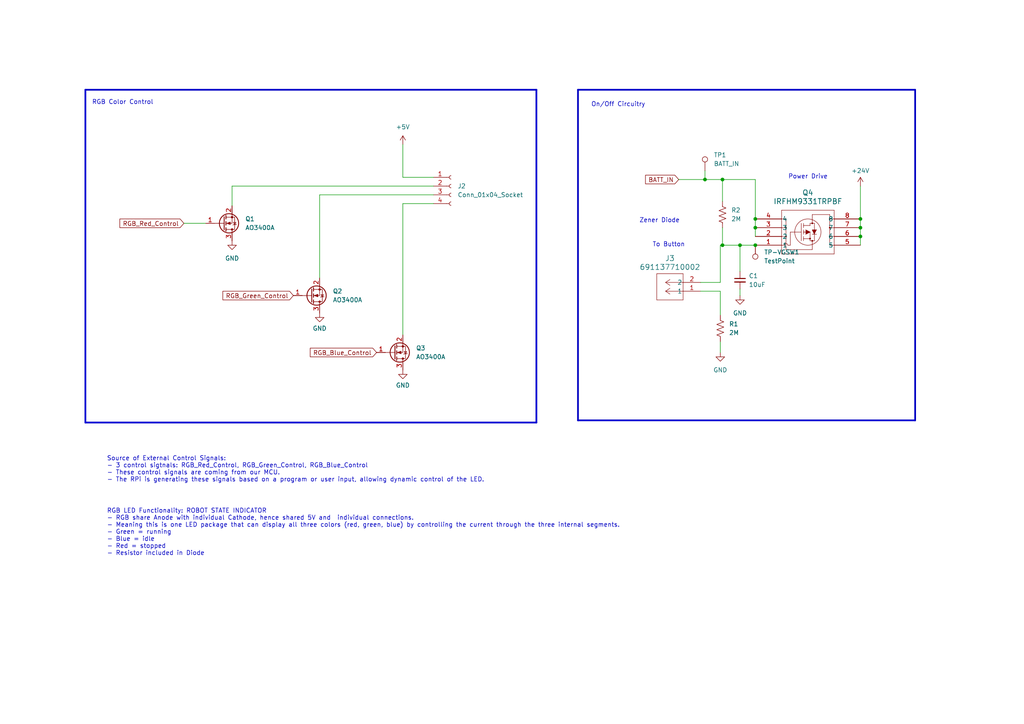
<source format=kicad_sch>
(kicad_sch (version 20231120) (generator "eeschema") (generator_version "8.0")
  (paper "A4")
  (lib_symbols
    (symbol "691137710002-2CONN:691137710002" (pin_names (offset 0.254))
      (property "Reference" "J" (at 8.89 6.35 0))
      (property "Value" "691137710002" (at 0 0 0))
      (symbol "691137710002_1_1"
        (polyline (pts (xy 5.08 -5.08) (xy 12.7 -5.08)) (stroke (width 0.127)))
        (polyline (pts (xy 5.08 2.54) (xy 5.08 -5.08)) (stroke (width 0.127)))
        (polyline (pts (xy 10.16 -2.54) (xy 5.08 -2.54)) (stroke (width 0.127)))
        (polyline (pts (xy 10.16 -2.54) (xy 8.89 -3.3867)) (stroke (width 0.127)))
        (polyline (pts (xy 10.16 -2.54) (xy 8.89 -1.6933)) (stroke (width 0.127)))
        (polyline (pts (xy 10.16 0) (xy 5.08 0)) (stroke (width 0.127)))
        (polyline (pts (xy 10.16 0) (xy 8.89 -0.8467)) (stroke (width 0.127)))
        (polyline (pts (xy 10.16 0) (xy 8.89 0.8467)) (stroke (width 0.127)))
        (polyline (pts (xy 12.7 -5.08) (xy 12.7 2.54)) (stroke (width 0.127)))
        (polyline (pts (xy 12.7 2.54) (xy 5.08 2.54)) (stroke (width 0.127)))
        (pin unspecified line (at 0 0 0) (length 5.08) (name "1") (number "1"))
        (pin unspecified line (at 0 -2.54 0) (length 5.08) (name "2") (number "2"))
      )
    )
    (symbol "Connector:Conn_01x04_Socket" (pin_names (offset 1.016) hide)
      (property "Reference" "J" (at 0 5.08 0))
      (property "Value" "Conn_01x04_Socket" (at 0 -7.62 0))
      (symbol "Conn_01x04_Socket_1_1"
        (arc (start 0 -4.572) (mid -0.5058 -5.08) (end 0 -5.588) (stroke (width 0.1524)))
        (arc (start 0 -2.032) (mid -0.5058 -2.54) (end 0 -3.048) (stroke (width 0.1524)))
        (polyline (pts (xy -1.27 -5.08) (xy -0.508 -5.08)) (stroke (width 0.1524)))
        (polyline (pts (xy -1.27 -2.54) (xy -0.508 -2.54)) (stroke (width 0.1524)))
        (polyline (pts (xy -1.27 0) (xy -0.508 0)) (stroke (width 0.1524)))
        (polyline (pts (xy -1.27 2.54) (xy -0.508 2.54)) (stroke (width 0.1524)))
        (arc (start 0 0.508) (mid -0.5058 0) (end 0 -0.508) (stroke (width 0.1524)))
        (arc (start 0 3.048) (mid -0.5058 2.54) (end 0 2.032) (stroke (width 0.1524)))
        (pin passive line (at -5.08 2.54 0) (length 3.81) (name "Pin_1") (number "1"))
        (pin passive line (at -5.08 0 0) (length 3.81) (name "Pin_2") (number "2"))
        (pin passive line (at -5.08 -2.54 0) (length 3.81) (name "Pin_3") (number "3"))
        (pin passive line (at -5.08 -5.08 0) (length 3.81) (name "Pin_4") (number "4"))
      )
    )
    (symbol "Connector:TestPoint" (pin_numbers hide) (pin_names (offset 0.762) hide)
      (property "Reference" "TP" (at 0 6.858 0))
      (property "Value" "TestPoint" (at 0 5.08 0))
      (symbol "TestPoint_0_1"
        (circle (center 0 3.302) (radius 0.762))
      )
      (symbol "TestPoint_1_1"
        (pin passive line (at 0 0 90) (length 2.54) (name "1") (number "1"))
      )
    )
    (symbol "Device:C_Small" (pin_numbers hide) (pin_names (offset 0.254) hide)
      (property "Reference" "C" (at 0.254 1.778 0))
      (property "Value" "C_Small" (at 0.254 -2.032 0))
      (symbol "C_Small_0_1"
        (polyline (pts (xy -1.524 -0.508) (xy 1.524 -0.508)) (stroke (width 0.3302)))
        (polyline (pts (xy -1.524 0.508) (xy 1.524 0.508)) (stroke (width 0.3048)))
      )
      (symbol "C_Small_1_1"
        (pin passive line (at 0 2.54 270) (length 2.032) (name "~") (number "1"))
        (pin passive line (at 0 -2.54 90) (length 2.032) (name "~") (number "2"))
      )
    )
    (symbol "Device:R_US" (pin_numbers hide) (pin_names (offset 0))
      (property "Reference" "R" (at 2.54 0 90))
      (property "Value" "R_US" (at -2.54 0 90))
      (symbol "R_US_0_1"
        (polyline (pts (xy 0 -2.286) (xy 0 -2.54)))
        (polyline (pts (xy 0 2.286) (xy 0 2.54)))
        (polyline (pts (xy 0 -0.762) (xy 1.016 -1.143) (xy 0 -1.524) (xy -1.016 -1.905) (xy 0 -2.286)))
        (polyline (pts (xy 0 0.762) (xy 1.016 0.381) (xy 0 0) (xy -1.016 -0.381) (xy 0 -0.762)))
        (polyline (pts (xy 0 2.286) (xy 1.016 1.905) (xy 0 1.524) (xy -1.016 1.143) (xy 0 0.762)))
      )
      (symbol "R_US_1_1"
        (pin passive line (at 0 3.81 270) (length 1.27) (name "~") (number "1"))
        (pin passive line (at 0 -3.81 90) (length 1.27) (name "~") (number "2"))
      )
    )
    (symbol "IRFHM9331TRPBF:IRFHM9331TRPBF" (pin_names (offset 0.254))
      (property "Reference" "Q8" (at 15.24 7.62 0))
      (property "Value" "IRFHM9331TRPBF" (at 15.24 5.08 0))
      (symbol "IRFHM9331TRPBF_1_1"
        (polyline (pts (xy 7.62 -10.16) (xy 22.86 -10.16)) (stroke (width 0.127)))
        (polyline (pts (xy 7.62 -7.62) (xy 8.382 -7.62)) (stroke (width 0.127)))
        (polyline (pts (xy 7.62 -5.08) (xy 8.89 -5.08)) (stroke (width 0.127)))
        (polyline (pts (xy 7.62 -2.54) (xy 8.89 -2.54)) (stroke (width 0.127)))
        (polyline (pts (xy 7.62 0) (xy 8.89 0)) (stroke (width 0.127)))
        (polyline (pts (xy 7.62 2.54) (xy 7.62 -10.16)) (stroke (width 0.127)))
        (polyline (pts (xy 8.89 -8.89) (xy 16.51 -8.89)) (stroke (width 0.127)))
        (polyline (pts (xy 8.89 0) (xy 8.89 -8.89)) (stroke (width 0.127)))
        (polyline (pts (xy 10.16 -7.62) (xy 9.398 -7.62)) (stroke (width 0.127)))
        (polyline (pts (xy 10.16 -3.81) (xy 10.16 -7.62)) (stroke (width 0.127)))
        (polyline (pts (xy 10.16 -3.81) (xy 13.335 -3.81)) (stroke (width 0.127)))
        (polyline (pts (xy 13.335 -6.35) (xy 13.335 -1.27)) (stroke (width 0.127)))
        (polyline (pts (xy 13.97 -6.35) (xy 13.97 -5.08)) (stroke (width 0.127)))
        (polyline (pts (xy 13.97 -5.715) (xy 15.875 -5.715)) (stroke (width 0.127)))
        (polyline (pts (xy 13.97 -4.445) (xy 13.97 -3.175)) (stroke (width 0.127)))
        (polyline (pts (xy 13.97 -2.54) (xy 13.97 -1.27)) (stroke (width 0.127)))
        (polyline (pts (xy 13.97 -1.905) (xy 15.875 -1.905)) (stroke (width 0.127)))
        (polyline (pts (xy 15.24 -3.81) (xy 15.875 -3.81)) (stroke (width 0.127)))
        (polyline (pts (xy 15.875 -6.35) (xy 15.875 -3.81)) (stroke (width 0.127)))
        (polyline (pts (xy 15.875 -6.35) (xy 17.145 -6.35)) (stroke (width 0.127)))
        (polyline (pts (xy 15.875 -3.81) (xy 13.97 -3.81)))
        (polyline (pts (xy 15.875 -1.905) (xy 15.875 -1.27)) (stroke (width 0.127)))
        (polyline (pts (xy 15.875 -1.27) (xy 17.145 -1.27)) (stroke (width 0.127)))
        (polyline (pts (xy 16.51 -8.89) (xy 16.51 -6.35)) (stroke (width 0.127)))
        (polyline (pts (xy 16.51 1.27) (xy 16.51 -1.27)) (stroke (width 0.127)))
        (polyline (pts (xy 17.145 -6.35) (xy 17.145 -4.445)) (stroke (width 0.127)))
        (polyline (pts (xy 17.145 -3.175) (xy 17.145 -1.27)) (stroke (width 0.127)))
        (polyline (pts (xy 17.78 -4.445) (xy 16.51 -4.445)) (stroke (width 0.127)))
        (polyline (pts (xy 21.59 -7.62) (xy 21.59 1.27)) (stroke (width 0.127)))
        (polyline (pts (xy 21.59 1.27) (xy 16.51 1.27)) (stroke (width 0.127)))
        (polyline (pts (xy 22.86 -10.16) (xy 22.86 2.54)) (stroke (width 0.127)))
        (polyline (pts (xy 22.86 -7.62) (xy 21.59 -7.62)) (stroke (width 0.127)))
        (polyline (pts (xy 22.86 -5.08) (xy 21.59 -5.08)) (stroke (width 0.127)))
        (polyline (pts (xy 22.86 -2.54) (xy 21.59 -2.54)) (stroke (width 0.127)))
        (polyline (pts (xy 22.86 0) (xy 21.59 0)) (stroke (width 0.127)))
        (polyline (pts (xy 22.86 2.54) (xy 7.62 2.54)) (stroke (width 0.127)))
        (polyline (pts (xy 14.605 -4.445) (xy 15.875 -3.81) (xy 14.605 -3.175)) (fill (type outline)))
        (polyline (pts (xy 17.78 -3.175) (xy 16.51 -3.175) (xy 17.145 -4.445)) (fill (type outline)))
        (circle (center 8.89 -5.08) (radius 0.127) (stroke (width 0.254)))
        (circle (center 8.89 -2.54) (radius 0.127) (stroke (width 0.254)))
        (arc (start 9.398 -7.62) (mid 8.89 -7.1142) (end 8.382 -7.62) (stroke (width 0.127)))
        (circle (center 15.24 -3.81) (radius 3.81) (stroke (width 0.127)))
        (circle (center 15.875 -5.715) (radius 0.127) (stroke (width 0.254)))
        (circle (center 16.51 -6.35) (radius 0.127) (stroke (width 0.254)))
        (circle (center 16.51 -1.27) (radius 0.127) (stroke (width 0.254)))
        (circle (center 21.59 -5.08) (radius 0.127) (stroke (width 0.254)))
        (circle (center 21.59 -2.54) (radius 0.127) (stroke (width 0.254)))
        (circle (center 21.59 0) (radius 0.127) (stroke (width 0.254)))
        (pin unspecified line (at 0 -7.62 0) (length 7.62) (name "1") (number "1"))
        (pin unspecified line (at 0 -5.08 0) (length 7.62) (name "2") (number "2"))
        (pin unspecified line (at 0 -2.54 0) (length 7.62) (name "3") (number "3"))
        (pin unspecified line (at 0 0 0) (length 7.62) (name "4") (number "4"))
        (pin unspecified line (at 30.48 -7.62 180) (length 7.62) (name "5") (number "5"))
        (pin unspecified line (at 30.48 -5.08 180) (length 7.62) (name "6") (number "6"))
        (pin unspecified line (at 30.48 -2.54 180) (length 7.62) (name "7") (number "7"))
        (pin unspecified line (at 30.48 0 180) (length 7.62) (name "8") (number "8"))
      )
    )
    (symbol "Transistor_FET:AO3400A" (pin_names hide)
      (property "Reference" "Q" (at 5.08 1.905 0))
      (property "Value" "AO3400A" (at 5.08 0 0))
      (symbol "AO3400A_0_1"
        (polyline (pts (xy 0.254 0) (xy -2.54 0)))
        (polyline (pts (xy 0.254 1.905) (xy 0.254 -1.905)) (stroke (width 0.254)))
        (polyline (pts (xy 0.762 -1.27) (xy 0.762 -2.286)) (stroke (width 0.254)))
        (polyline (pts (xy 0.762 0.508) (xy 0.762 -0.508)) (stroke (width 0.254)))
        (polyline (pts (xy 0.762 2.286) (xy 0.762 1.27)) (stroke (width 0.254)))
        (polyline (pts (xy 2.54 2.54) (xy 2.54 1.778)))
        (polyline (pts (xy 2.54 -2.54) (xy 2.54 0) (xy 0.762 0)))
        (polyline (pts (xy 0.762 -1.778) (xy 3.302 -1.778) (xy 3.302 1.778) (xy 0.762 1.778)))
        (polyline (pts (xy 1.016 0) (xy 2.032 0.381) (xy 2.032 -0.381) (xy 1.016 0)) (fill (type outline)))
        (polyline (pts (xy 2.794 0.508) (xy 2.921 0.381) (xy 3.683 0.381) (xy 3.81 0.254)))
        (polyline (pts (xy 3.302 0.381) (xy 2.921 -0.254) (xy 3.683 -0.254) (xy 3.302 0.381)))
        (circle (center 1.651 0) (radius 2.794) (stroke (width 0.254)))
        (circle (center 2.54 -1.778) (radius 0.254) (fill (type outline)))
        (circle (center 2.54 1.778) (radius 0.254) (fill (type outline)))
      )
      (symbol "AO3400A_1_1"
        (pin input line (at -5.08 0 0) (length 2.54) (name "G") (number "1"))
        (pin passive line (at 2.54 -5.08 90) (length 2.54) (name "S") (number "2"))
        (pin passive line (at 2.54 5.08 270) (length 2.54) (name "D") (number "3"))
      )
    )
    (symbol "power:+24V" (power) (pin_names (offset 0))
      (property "Value" "+24V" (at 0 3.556 0))
      (symbol "+24V_0_1"
        (polyline (pts (xy -0.762 1.27) (xy 0 2.54)))
        (polyline (pts (xy 0 0) (xy 0 2.54)))
        (polyline (pts (xy 0 2.54) (xy 0.762 1.27)))
      )
      (symbol "+24V_1_1"
        (pin power_in line (at 0 0 90) (length 0) hide (name "+24V") (number "1"))
      )
    )
    (symbol "power:+5V" (power) (pin_names (offset 0))
      (property "Value" "+5V" (at 0 3.556 0))
      (symbol "+5V_0_1"
        (polyline (pts (xy -0.762 1.27) (xy 0 2.54)))
        (polyline (pts (xy 0 0) (xy 0 2.54)))
        (polyline (pts (xy 0 2.54) (xy 0.762 1.27)))
      )
      (symbol "+5V_1_1"
        (pin power_in line (at 0 0 90) (length 0) hide (name "+5V") (number "1"))
      )
    )
    (symbol "power:GND" (power) (pin_names (offset 0))
      (property "Value" "GND" (at 0 -3.81 0))
      (symbol "GND_0_1"
        (polyline (pts (xy 0 0) (xy 0 -1.27) (xy 1.27 -1.27) (xy 0 -2.54) (xy -1.27 -1.27) (xy 0 -1.27)))
      )
      (symbol "GND_1_1"
        (pin power_in line (at 0 0 270) (length 0) hide (name "GND") (number "1"))
      )
    )
  )
  (junction (at 219.075 71.12))
  (junction (at 214.63 71.12))
  (junction (at 249.555 66.04))
  (junction (at 209.55 52.07))
  (junction (at 249.555 63.5))
  (junction (at 204.47 52.07))
  (junction (at 209.55 71.12))
  (junction (at 219.075 66.04))
  (junction (at 219.075 63.5))
  (junction (at 249.555 68.58))
  (wire (pts (xy 219.075 63.5) (xy 219.075 52.07)))
  (wire (pts (xy 208.915 102.235) (xy 208.915 99.06)))
  (wire (pts (xy 209.55 52.07) (xy 219.075 52.07)))
  (wire (pts (xy 209.55 66.04) (xy 209.55 71.12)))
  (polyline (pts (xy 167.64 26.035) (xy 265.43 26.035)) (stroke (width 0.5)))
  (wire (pts (xy 203.2 81.915) (xy 208.915 81.915)))
  (wire (pts (xy 116.84 41.91) (xy 116.84 51.435)))
  (wire (pts (xy 208.915 71.12) (xy 209.55 71.12)))
  (polyline (pts (xy 24.765 26.035) (xy 24.765 122.555)) (stroke (width 0.5)))
  (wire (pts (xy 196.85 52.07) (xy 204.47 52.07)))
  (wire (pts (xy 249.555 66.04) (xy 249.555 68.58)))
  (wire (pts (xy 214.63 71.12) (xy 219.075 71.12)))
  (wire (pts (xy 208.915 71.12) (xy 208.915 81.915)))
  (polyline (pts (xy 24.765 26.035) (xy 155.575 26.035)) (stroke (width 0.5)))
  (wire (pts (xy 92.71 80.645) (xy 92.71 56.515)))
  (wire (pts (xy 116.84 59.055) (xy 125.73 59.055)))
  (wire (pts (xy 209.55 71.12) (xy 214.63 71.12)))
  (polyline (pts (xy 155.575 122.555) (xy 155.575 26.035)) (stroke (width 0.5)))
  (wire (pts (xy 208.915 84.455) (xy 208.915 91.44)))
  (wire (pts (xy 219.075 68.58) (xy 219.075 66.04)))
  (polyline (pts (xy 265.43 121.92) (xy 265.43 26.035)) (stroke (width 0.5)))
  (wire (pts (xy 214.63 83.82) (xy 214.63 85.725)))
  (wire (pts (xy 219.075 66.04) (xy 219.075 63.5)))
  (wire (pts (xy 209.55 52.07) (xy 209.55 58.42)))
  (wire (pts (xy 208.915 84.455) (xy 203.2 84.455)))
  (wire (pts (xy 92.71 56.515) (xy 125.73 56.515)))
  (wire (pts (xy 249.555 68.58) (xy 249.555 71.12)))
  (wire (pts (xy 67.31 59.69) (xy 67.31 53.975)))
  (wire (pts (xy 116.84 97.155) (xy 116.84 59.055)))
  (wire (pts (xy 204.47 49.53) (xy 204.47 52.07)))
  (polyline (pts (xy 167.64 121.92) (xy 265.43 121.92)) (stroke (width 0.5)))
  (wire (pts (xy 125.73 51.435) (xy 116.84 51.435)))
  (wire (pts (xy 204.47 52.07) (xy 209.55 52.07)))
  (polyline (pts (xy 24.765 122.555) (xy 155.575 122.555)) (stroke (width 0.5)))
  (wire (pts (xy 53.34 64.77) (xy 59.69 64.77)))
  (wire (pts (xy 214.63 71.12) (xy 214.63 78.74)))
  (wire (pts (xy 67.31 53.975) (xy 125.73 53.975)))
  (polyline (pts (xy 167.64 26.035) (xy 167.64 121.92)) (stroke (width 0.5)))
  (wire (pts (xy 249.555 63.5) (xy 249.555 66.04)))
  (wire (pts (xy 249.555 53.975) (xy 249.555 63.5)))
  (text "Zener Diode" (at 185.42 64.77 0) (effects (font (size 1.27 1.27)) (justify left bottom)))
  (text "RGB LED Functionality: ROBOT STATE INDICATOR\n- RGB share Anode with individual Cathode, hence shared 5V and  individual connections.\n- Meaning this is one LED package that can display all three colors (red, green, blue) by controlling the current through the three internal segments.\n- Green = running\n- Blue = idle\n- Red = stopped\n- Resistor included in Diode" (at 30.988 161.29 0) (effects (font (size 1.27 1.27)) (justify left bottom)))
  (text "Source of External Control Signals:\n- 3 control sigtnals: RGB_Red_Control, RGB_Green_Control, RGB_Blue_Control\n- These control signals are coming from our MCU.\n- The RPi is generating these signals based on a program or user input, allowing dynamic control of the LED." (at 30.988 139.954 0) (effects (font (size 1.27 1.27)) (justify left bottom)))
  (text "Power Drive\n" (at 228.6 52.07 0) (effects (font (size 1.27 1.27)) (justify left bottom)))
  (text "To Button\n" (at 189.23 71.755 0) (effects (font (size 1.27 1.27)) (justify left bottom)))
  (text "On/Off Circuitry\n" (at 171.45 31.115 0) (effects (font (size 1.27 1.27)) (justify left bottom)))
  (text "RGB Color Control\n" (at 26.67 30.48 0) (effects (font (size 1.27 1.27)) (justify left bottom)))
  (global_label "BATT_IN" (shape input) (at 196.85 52.07 180) (property "Intersheetrefs" "${INTERSHEET_REFS}" (effects (hide yes))))
  (global_label "RGB_Blue_Control" (shape input) (at 109.22 102.235 180) (property "Intersheetrefs" "${INTERSHEET_REFS}" (effects (hide yes))))
  (global_label "RGB_Green_Control" (shape input) (at 85.09 85.725 180) (property "Intersheetrefs" "${INTERSHEET_REFS}" (effects (hide yes))))
  (global_label "RGB_Red_Control" (shape input) (at 53.34 64.77 180) (property "Intersheetrefs" "${INTERSHEET_REFS}" (effects (hide yes))))
  (symbol (lib_id "power:GND") (at 67.31 69.85 0) (unit 1)
    (property "Reference" "#PWR01" (effects (hide yes)))
    (property "Value" "GND" (at 67.31 74.93 0))
  )
  (symbol (lib_id "power:GND") (at 116.84 107.315 0) (unit 1)
    (property "Reference" "#PWR04" (effects (hide yes)))
    (property "Value" "GND" (at 116.84 111.76 0))
  )
  (symbol (lib_id "Transistor_FET:AO3400A") (at 64.77 64.77 0) (mirror x) (unit 1)
    (property "Reference" "Q1" (at 71.12 63.5 0) (effects (justify left)))
    (property "Value" "AO3400A" (at 71.12 66.04 0) (effects (justify left)))
    (property "Footprint" "Package_TO_SOT_SMD:SOT-23" (effects (hide yes)))
    (property "Datasheet" "http://www.aosmd.com/pdfs/datasheet/AO3400A.pdf" (effects (hide yes)))
  )
  (symbol (lib_id "Device:R_US") (at 208.915 95.25 0) (unit 1)
    (property "Reference" "R1" (at 211.455 93.98 0) (effects (justify left)))
    (property "Value" "2M" (at 211.455 96.52 0) (effects (justify left)))
    (property "Footprint" "Resistor_SMD:R_0805_2012Metric" (effects (hide yes)))
  )
  (symbol (lib_id "power:GND") (at 208.915 102.235 0) (unit 1)
    (property "Reference" "#PWR05" (effects (hide yes)))
    (property "Value" "GND" (at 208.915 107.315 0))
  )
  (symbol (lib_id "power:+5V") (at 116.84 41.91 0) (unit 1)
    (property "Reference" "#PWR03" (effects (hide yes)))
    (property "Value" "+5V" (at 116.84 36.83 0))
  )
  (symbol (lib_id "IRFHM9331TRPBF:IRFHM9331TRPBF") (at 219.075 63.5 0) (unit 1)
    (property "Reference" "Q4" (at 234.315 55.88 0) (effects (font (size 1.524 1.524))))
    (property "Value" "IRFHM9331TRPBF" (at 234.315 58.42 0) (effects (font (size 1.524 1.524))))
    (property "Footprint" "CSTAR-MainBoard-Footprints:IRFHM9331TRPBF" (effects (hide yes)))
    (property "Datasheet" "IRFHM9331TRPBF" (effects (hide yes)))
  )
  (symbol (lib_id "Transistor_FET:AO3400A") (at 114.3 102.235 0) (mirror x) (unit 1)
    (property "Reference" "Q3" (at 120.65 100.965 0) (effects (justify left)))
    (property "Value" "AO3400A" (at 120.65 103.505 0) (effects (justify left)))
    (property "Footprint" "Package_TO_SOT_SMD:SOT-23" (effects (hide yes)))
    (property "Datasheet" "http://www.aosmd.com/pdfs/datasheet/AO3400A.pdf" (effects (hide yes)))
  )
  (symbol (lib_id "691137710002-2CONN:691137710002") (at 203.2 84.455 180) (unit 1)
    (property "Reference" "J3" (at 194.31 74.93 0) (effects (font (size 1.524 1.524))))
    (property "Value" "691137710002" (at 194.31 77.47 0) (effects (font (size 1.524 1.524))))
    (property "Footprint" "CSTAR-MainBoard-Footprints:691137710002-2CONN" (effects (hide yes)))
    (property "Datasheet" "691137710002" (effects (hide yes)))
  )
  (symbol (lib_id "Transistor_FET:AO3400A") (at 90.17 85.725 0) (mirror x) (unit 1)
    (property "Reference" "Q2" (at 96.52 84.455 0) (effects (justify left)))
    (property "Value" "AO3400A" (at 96.52 86.995 0) (effects (justify left)))
    (property "Footprint" "Package_TO_SOT_SMD:SOT-23" (effects (hide yes)))
    (property "Datasheet" "http://www.aosmd.com/pdfs/datasheet/AO3400A.pdf" (effects (hide yes)))
  )
  (symbol (lib_id "power:GND") (at 92.71 90.805 0) (unit 1)
    (property "Reference" "#PWR02" (effects (hide yes)))
    (property "Value" "GND" (at 92.71 95.25 0))
  )
  (symbol (lib_id "Device:C_Small") (at 214.63 81.28 0) (unit 1)
    (property "Reference" "C1" (at 217.17 80.0163 0) (effects (justify left)))
    (property "Value" "10uF" (at 217.17 82.5563 0) (effects (justify left)))
    (property "Footprint" "Capacitor_SMD:C_0805_2012Metric" (effects (hide yes)))
  )
  (symbol (lib_id "power:+24V") (at 249.555 53.975 0) (unit 1)
    (property "Reference" "#PWR07" (effects (hide yes)))
    (property "Value" "+24V" (at 249.555 49.53 0))
  )
  (symbol (lib_id "Device:R_US") (at 209.55 62.23 0) (unit 1)
    (property "Reference" "R2" (at 212.09 60.96 0) (effects (justify left)))
    (property "Value" "2M" (at 212.09 63.5 0) (effects (justify left)))
    (property "Footprint" "Resistor_SMD:R_0805_2012Metric" (effects (hide yes)))
  )
  (symbol (lib_id "Connector:TestPoint") (at 204.47 49.53 0) (unit 1)
    (property "Reference" "TP1" (at 207.01 44.958 0) (effects (justify left)))
    (property "Value" "BATT_IN" (at 207.01 47.498 0) (effects (justify left)))
    (property "Footprint" "TestPoint:TestPoint_Pad_D2.0mm" (effects (hide yes)))
  )
  (symbol (lib_id "Connector:Conn_01x04_Socket") (at 130.81 53.975 0) (unit 1)
    (property "Reference" "J2" (at 132.715 53.975 0) (effects (justify left)))
    (property "Value" "Conn_01x04_Socket" (at 132.715 56.515 0) (effects (justify left)))
    (property "Footprint" "CSTAR-MainBoard-Footprints:B4B_PH_K_S" (effects (hide yes)))
  )
  (symbol (lib_id "Connector:TestPoint") (at 219.075 71.12 180) (unit 1)
    (property "Reference" "TP-VGSW1" (at 221.615 73.152 0) (effects (justify right)))
    (property "Value" "TestPoint" (at 221.615 75.692 0) (effects (justify right)))
    (property "Footprint" "TestPoint:TestPoint_Pad_D2.0mm" (effects (hide yes)))
  )
  (symbol (lib_id "power:GND") (at 214.63 85.725 0) (unit 1)
    (property "Reference" "#PWR06" (effects (hide yes)))
    (property "Value" "GND" (at 214.63 90.805 0))
  )
)
</source>
